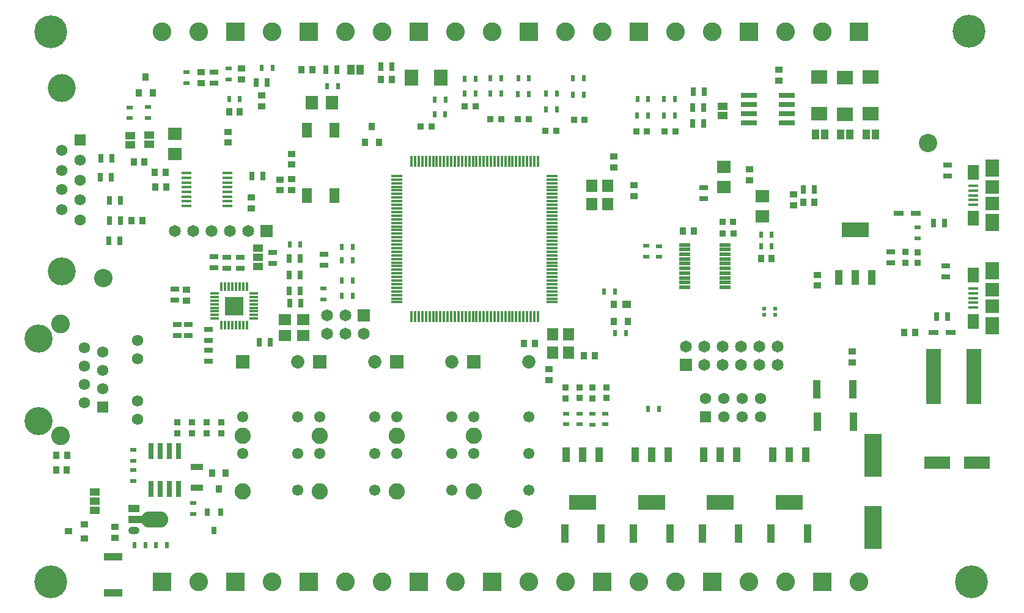
<source format=gts>
G04 #@! TF.FileFunction,Soldermask,Top*
%FSLAX46Y46*%
G04 Gerber Fmt 4.6, Leading zero omitted, Abs format (unit mm)*
G04 Created by KiCad (PCBNEW 4.0.2+dfsg1-2~bpo8+1-stable) date vie 30 sep 2016 00:33:51 ART*
%MOMM*%
G01*
G04 APERTURE LIST*
%ADD10C,0.150000*%
%ADD11R,1.750800X1.550800*%
%ADD12C,3.860800*%
%ADD13R,1.574800X1.574800*%
%ADD14C,1.574800*%
%ADD15R,1.450800X2.150800*%
%ADD16R,1.550800X1.750800*%
%ADD17C,1.550800*%
%ADD18C,2.250800*%
%ADD19C,1.850800*%
%ADD20R,1.850800X1.850800*%
%ADD21R,2.451100X6.051300*%
%ADD22R,3.708400X2.082800*%
%ADD23R,1.066800X2.082800*%
%ADD24C,3.901440*%
%ADD25C,2.590800*%
%ADD26R,0.848360X0.848360*%
%ADD27R,2.590800X2.590800*%
%ADD28R,1.051560X0.949960*%
%ADD29R,0.949960X1.051560*%
%ADD30R,3.649980X1.651000*%
%ADD31R,1.854200X1.651000*%
%ADD32R,1.651000X1.854200*%
%ADD33R,1.399540X0.701040*%
%ADD34R,2.250440X1.849120*%
%ADD35R,0.751840X1.051560*%
%ADD36R,1.193800X0.685800*%
%ADD37R,0.685800X1.193800*%
%ADD38R,1.320800X1.016000*%
%ADD39R,1.399540X0.449580*%
%ADD40R,1.551940X2.151380*%
%ADD41R,1.950720X2.451100*%
%ADD42R,1.950720X1.851660*%
%ADD43R,1.016000X1.320800*%
%ADD44R,2.049780X7.650480*%
%ADD45R,1.651000X1.651000*%
%ADD46C,1.651000*%
%ADD47R,1.549400X1.049020*%
%ADD48R,2.049780X1.049020*%
%ADD49O,3.749040X2.250440*%
%ADD50O,1.549400X1.049020*%
%ADD51R,0.850900X1.051560*%
%ADD52R,1.750800X0.950800*%
%ADD53R,1.050800X2.550800*%
%ADD54R,2.550800X1.050800*%
%ADD55R,0.500800X0.500800*%
%ADD56R,1.193800X0.304800*%
%ADD57R,0.304800X1.193800*%
%ADD58R,1.320800X0.431800*%
%ADD59R,1.249680X1.051560*%
%ADD60R,1.521460X0.469900*%
%ADD61R,1.551940X0.304800*%
%ADD62R,0.304800X1.551940*%
%ADD63R,1.851660X2.250440*%
%ADD64R,1.051560X0.850900*%
%ADD65R,0.950800X0.550800*%
%ADD66R,0.550800X0.950800*%
%ADD67R,2.250440X0.650240*%
%ADD68R,0.650240X2.250440*%
%ADD69C,2.540000*%
%ADD70C,4.550800*%
G04 APERTURE END LIST*
D10*
D11*
X81880000Y-76074000D03*
X79340000Y-76074000D03*
X79340000Y-78283800D03*
X81880000Y-78283800D03*
D12*
X48447500Y-43943500D03*
X48447500Y-69343500D03*
D13*
X50987500Y-51182500D03*
D14*
X50987500Y-53976500D03*
X50987500Y-56770500D03*
X50987500Y-59437500D03*
X50987500Y-62231500D03*
X48447500Y-60834500D03*
X48447500Y-58040500D03*
X48447500Y-55373500D03*
X48447500Y-52579500D03*
D15*
X82388000Y-49785000D03*
X86188000Y-49785000D03*
X86188000Y-58885000D03*
X82388000Y-58885000D03*
D16*
X118659200Y-80671400D03*
X118659200Y-78131400D03*
X116449400Y-78131400D03*
X116449400Y-80671400D03*
D17*
X113122000Y-99696000D03*
X113122000Y-94616000D03*
X113122000Y-89536000D03*
D18*
X105502000Y-99816000D03*
D17*
X105502000Y-94616000D03*
X105502000Y-89536000D03*
D19*
X113122000Y-81916000D03*
D20*
X105502000Y-81916000D03*
D18*
X105502000Y-92116000D03*
D21*
X160800000Y-104875000D03*
X160800000Y-94874500D03*
D22*
X158302500Y-63628500D03*
D23*
X158302500Y-70232500D03*
X160588500Y-70232500D03*
X156016500Y-70232500D03*
D24*
X45215100Y-90107500D03*
X45215100Y-78677500D03*
D14*
X51565100Y-79947500D03*
X54105100Y-80582500D03*
X51565100Y-82487500D03*
X54105100Y-83122500D03*
X51565100Y-85027500D03*
X54105100Y-85662500D03*
X51565100Y-87567500D03*
D25*
X48263100Y-92139500D03*
X48263100Y-76645500D03*
D14*
X58931100Y-81471500D03*
X58931100Y-87313500D03*
X58931100Y-78931500D03*
X58931100Y-89853500D03*
D13*
X54105100Y-88202500D03*
D26*
X66481500Y-90311200D03*
X66481500Y-91809800D03*
D17*
X81118000Y-99696000D03*
X81118000Y-94616000D03*
X81118000Y-89536000D03*
D18*
X73498000Y-99816000D03*
D17*
X73498000Y-94616000D03*
X73498000Y-89536000D03*
D19*
X81118000Y-81916000D03*
D20*
X73498000Y-81916000D03*
D18*
X73498000Y-92116000D03*
D26*
X64449500Y-90311200D03*
X64449500Y-91809800D03*
D17*
X102454000Y-99696000D03*
X102454000Y-94616000D03*
X102454000Y-89536000D03*
D18*
X94834000Y-99816000D03*
D17*
X94834000Y-94616000D03*
X94834000Y-89536000D03*
D19*
X102454000Y-81916000D03*
D20*
X94834000Y-81916000D03*
D18*
X94834000Y-92116000D03*
D17*
X91786000Y-99696000D03*
X91786000Y-94616000D03*
X91786000Y-89536000D03*
D18*
X84166000Y-99816000D03*
D17*
X84166000Y-94616000D03*
X84166000Y-89536000D03*
D19*
X91786000Y-81916000D03*
D20*
X84166000Y-81916000D03*
D18*
X84166000Y-92116000D03*
D27*
X143570500Y-36196500D03*
D25*
X138490500Y-36196500D03*
X133410500Y-36196500D03*
D28*
X65738300Y-73434940D03*
X65738300Y-71931260D03*
D29*
X47648160Y-96925000D03*
X49151840Y-96925000D03*
D30*
X175181820Y-95886000D03*
X169680180Y-95886000D03*
D28*
X147767600Y-42967640D03*
X147767600Y-41463960D03*
X74666400Y-59142360D03*
X74666400Y-60646040D03*
D29*
X62845240Y-55652400D03*
X61341560Y-55652400D03*
X58090360Y-62358000D03*
X59594040Y-62358000D03*
X62880800Y-57689480D03*
X61377120Y-57689480D03*
D31*
X64100000Y-53087000D03*
X64100000Y-50293000D03*
D29*
X59898840Y-54230000D03*
X58395160Y-54230000D03*
X122281240Y-81027000D03*
X120777560Y-81027000D03*
D32*
X85842400Y-46000400D03*
X83048400Y-46000400D03*
D28*
X71504100Y-50036460D03*
X71504100Y-51540140D03*
D29*
X94157340Y-42800500D03*
X92653660Y-42800500D03*
X83139840Y-41403000D03*
X81636160Y-41403000D03*
X71603160Y-47245000D03*
X73106840Y-47245000D03*
D28*
X73339500Y-42790340D03*
X73339500Y-41286660D03*
X124933000Y-54981840D03*
X124933000Y-53478160D03*
D29*
X135971840Y-63755000D03*
X134468160Y-63755000D03*
D28*
X76133500Y-44969660D03*
X76133500Y-46473340D03*
D29*
X47658160Y-94820000D03*
X49161840Y-94820000D03*
D28*
X149761500Y-58748660D03*
X149761500Y-60252340D03*
D31*
X145475500Y-61723500D03*
X145475500Y-58929500D03*
D28*
X80241700Y-53097160D03*
X80241700Y-54600840D03*
X153127000Y-69861160D03*
X153127000Y-71364840D03*
D29*
X152685040Y-59818000D03*
X151181360Y-59818000D03*
D28*
X127701600Y-57440560D03*
X127701600Y-58944240D03*
X157927600Y-81956640D03*
X157927600Y-80452960D03*
X143697500Y-56760340D03*
X143697500Y-55256660D03*
D31*
X140141500Y-57659500D03*
X140141500Y-54865500D03*
D29*
X145263160Y-67565000D03*
X146766840Y-67565000D03*
X112471760Y-79401400D03*
X113975440Y-79401400D03*
D28*
X55813500Y-106290340D03*
X55813500Y-104786660D03*
X115916000Y-82942160D03*
X115916000Y-84445840D03*
X67751500Y-43298340D03*
X67751500Y-41794660D03*
X78705000Y-58156840D03*
X78705000Y-56653160D03*
X80254400Y-58131440D03*
X80254400Y-56627760D03*
D29*
X165123420Y-77852000D03*
X166627100Y-77852000D03*
D33*
X166740380Y-61342500D03*
X164342620Y-61342500D03*
D26*
X165287500Y-66689200D03*
X165287500Y-68187800D03*
D33*
X171548880Y-77825000D03*
X169151120Y-77825000D03*
D34*
X156886200Y-42512980D03*
X156886200Y-47608220D03*
X153304800Y-47506620D03*
X153304800Y-42411380D03*
X160493000Y-47532020D03*
X160493000Y-42436780D03*
D26*
X105743300Y-46483000D03*
X104244700Y-46483000D03*
X99647300Y-49277000D03*
X98148700Y-49277000D03*
X109299300Y-48261000D03*
X107800700Y-48261000D03*
X113109300Y-48261000D03*
X111610700Y-48261000D03*
X116919300Y-49912000D03*
X115420700Y-49912000D03*
X119357700Y-48388000D03*
X120856300Y-48388000D03*
X129502460Y-50028840D03*
X128003860Y-50028840D03*
X133449620Y-49972960D03*
X131951020Y-49972960D03*
X118194380Y-86957900D03*
X118194380Y-85459300D03*
X120157800Y-86932500D03*
X120157800Y-85433900D03*
X70545500Y-90311200D03*
X70545500Y-91809800D03*
X68513500Y-90311200D03*
X68513500Y-91809800D03*
X166995400Y-66714100D03*
X166995400Y-68212700D03*
X121887540Y-86983300D03*
X121887540Y-85484700D03*
X123840800Y-86932500D03*
X123840800Y-85433900D03*
D35*
X69529500Y-105284500D03*
X68577000Y-102744500D03*
X70482000Y-102744500D03*
D26*
X141455700Y-64161400D03*
X139957100Y-64161400D03*
X141430300Y-62485000D03*
X139931700Y-62485000D03*
D36*
X170907000Y-68631800D03*
X170907000Y-70155800D03*
D37*
X94167500Y-41022500D03*
X92643500Y-41022500D03*
X86579000Y-41403000D03*
X85055000Y-41403000D03*
X76895500Y-43181500D03*
X75371500Y-43181500D03*
D36*
X69529500Y-41784500D03*
X69529500Y-43308500D03*
X171100000Y-54638000D03*
X171100000Y-56162000D03*
D37*
X151163000Y-58040500D03*
X152687000Y-58040500D03*
D36*
X137347500Y-57786500D03*
X137347500Y-59310500D03*
D37*
X170729200Y-62688200D03*
X169205200Y-62688200D03*
X55311600Y-56338200D03*
X53787600Y-56338200D03*
X55387800Y-53747400D03*
X53863800Y-53747400D03*
X54930600Y-65177400D03*
X56454600Y-65177400D03*
X171084800Y-75616800D03*
X169560800Y-75616800D03*
X56530800Y-62358000D03*
X55006800Y-62358000D03*
X56530800Y-59538600D03*
X55006800Y-59538600D03*
D38*
X75657000Y-66117200D03*
X75657000Y-67387200D03*
X75657000Y-68657200D03*
D27*
X158810500Y-36196500D03*
D25*
X153730500Y-36196500D03*
X148650500Y-36196500D03*
D27*
X72450500Y-36196500D03*
D25*
X67370500Y-36196500D03*
X62290500Y-36196500D03*
D39*
X174685500Y-73077300D03*
X174685500Y-73727540D03*
X174685500Y-72427060D03*
X174685500Y-74377780D03*
X174685500Y-71776820D03*
D40*
X174685500Y-76277700D03*
X174685500Y-69876900D03*
D41*
X177334720Y-76877140D03*
X177334720Y-69277460D03*
D42*
X177334720Y-74227920D03*
X177334720Y-71926680D03*
D39*
X174634700Y-58840900D03*
X174634700Y-59491140D03*
X174634700Y-58190660D03*
X174634700Y-60141380D03*
X174634700Y-57540420D03*
D40*
X174634700Y-62041300D03*
X174634700Y-55640500D03*
D41*
X177283920Y-62640740D03*
X177283920Y-55041060D03*
D42*
X177283920Y-59991520D03*
X177283920Y-57690280D03*
D27*
X128330500Y-36196500D03*
D25*
X123250500Y-36196500D03*
X118170500Y-36196500D03*
D27*
X113090500Y-36196500D03*
D25*
X108010500Y-36196500D03*
X102930500Y-36196500D03*
D27*
X82642000Y-112396000D03*
D25*
X87722000Y-112396000D03*
X92802000Y-112396000D03*
D27*
X72482000Y-112396000D03*
D25*
X77562000Y-112396000D03*
D27*
X108042000Y-112396000D03*
D25*
X113122000Y-112396000D03*
X118202000Y-112396000D03*
D27*
X138490500Y-112396500D03*
D25*
X143570500Y-112396500D03*
X148650500Y-112396500D03*
D27*
X97882000Y-112396000D03*
D25*
X102962000Y-112396000D03*
D27*
X123250500Y-112396500D03*
D25*
X128330500Y-112396500D03*
X133410500Y-112396500D03*
D27*
X97850500Y-36196500D03*
D25*
X92770500Y-36196500D03*
X87690500Y-36196500D03*
D27*
X82610500Y-36196500D03*
D25*
X77530500Y-36196500D03*
D27*
X153730500Y-112396500D03*
D25*
X158810500Y-112396500D03*
D27*
X62290500Y-112396500D03*
D25*
X67370500Y-112396500D03*
D43*
X161128000Y-50420000D03*
X159858000Y-50420000D03*
X156302000Y-50420000D03*
X157572000Y-50420000D03*
D38*
X139969800Y-47753000D03*
X139969800Y-46483000D03*
D43*
X152873000Y-50420000D03*
X154143000Y-50420000D03*
D38*
X60569400Y-50496200D03*
X60569400Y-51766200D03*
X57927800Y-50572400D03*
X57927800Y-51842400D03*
D43*
X88452500Y-41403500D03*
X89722500Y-41403500D03*
D38*
X53051000Y-99950000D03*
X53051000Y-101220000D03*
X53051000Y-102490000D03*
D44*
X169149320Y-83897200D03*
X174747480Y-83897200D03*
D45*
X134902500Y-82335100D03*
D46*
X134902500Y-79795100D03*
X137442500Y-82335100D03*
X137442500Y-79795100D03*
X139982500Y-82335100D03*
X139982500Y-79795100D03*
X142522500Y-82335100D03*
X142522500Y-79795100D03*
X145062500Y-82335100D03*
X145062500Y-79795100D03*
X147602500Y-82335100D03*
X147602500Y-79795100D03*
D45*
X76800000Y-63755000D03*
D46*
X74260000Y-63755000D03*
X71720000Y-63755000D03*
X69180000Y-63755000D03*
X66640000Y-63755000D03*
X64100000Y-63755000D03*
D13*
X137556800Y-89497900D03*
D14*
X137556800Y-86957900D03*
X140096800Y-89497900D03*
X140096800Y-86957900D03*
X142636800Y-89497900D03*
X142636800Y-86957900D03*
X145176800Y-89497900D03*
X145176800Y-86957900D03*
D45*
X90262000Y-75439000D03*
D46*
X90262000Y-77979000D03*
X87722000Y-75439000D03*
X87722000Y-77979000D03*
X85182000Y-75439000D03*
X85182000Y-77979000D03*
D47*
X58406840Y-102261900D03*
D48*
X58660840Y-103760500D03*
D49*
X61325300Y-103760500D03*
D50*
X58406840Y-105259100D03*
D22*
X120615000Y-101347000D03*
D23*
X120615000Y-94743000D03*
X118329000Y-94743000D03*
X122901000Y-94743000D03*
D22*
X130140000Y-101347000D03*
D23*
X130140000Y-94743000D03*
X127854000Y-94743000D03*
X132426000Y-94743000D03*
D22*
X139665000Y-101347000D03*
D23*
X139665000Y-94743000D03*
X137379000Y-94743000D03*
X141951000Y-94743000D03*
D22*
X149190000Y-101347000D03*
D23*
X149190000Y-94743000D03*
X146904000Y-94743000D03*
X151476000Y-94743000D03*
D51*
X70196000Y-99525820D03*
X69243500Y-97326180D03*
X71148500Y-97326180D03*
D36*
X64400000Y-78262000D03*
X64400000Y-76738000D03*
X64100000Y-71838000D03*
X64100000Y-73362000D03*
X68800000Y-78962000D03*
X68800000Y-77438000D03*
X66000000Y-78262000D03*
X66000000Y-76738000D03*
X71313600Y-67387200D03*
X71313600Y-68911200D03*
X69484800Y-67361800D03*
X69484800Y-68885800D03*
X73142400Y-67412600D03*
X73142400Y-68936600D03*
D37*
X81499000Y-67565000D03*
X79975000Y-67565000D03*
X81499000Y-69851000D03*
X79975000Y-69851000D03*
D36*
X84750200Y-67006200D03*
X84750200Y-68530200D03*
X77663600Y-66752200D03*
X77663600Y-68276200D03*
D37*
X81486300Y-72124300D03*
X79962300Y-72124300D03*
D36*
X68800000Y-80338000D03*
X68800000Y-81862000D03*
D37*
X77308000Y-79198200D03*
X75784000Y-79198200D03*
X80000400Y-73800700D03*
X81524400Y-73800700D03*
D36*
X163255500Y-68200500D03*
X163255500Y-66676500D03*
D37*
X135880400Y-44451000D03*
X137404400Y-44451000D03*
X137379000Y-46711600D03*
X135855000Y-46711600D03*
X137379000Y-48921400D03*
X135855000Y-48921400D03*
X74768000Y-56135000D03*
X76292000Y-56135000D03*
D52*
X67148000Y-99368000D03*
X67148000Y-96468000D03*
D53*
X118115000Y-105665000D03*
X123115000Y-105665000D03*
X127640000Y-105665000D03*
X132640000Y-105665000D03*
X142165000Y-105665000D03*
X137165000Y-105665000D03*
X146690000Y-105665000D03*
X151690000Y-105665000D03*
X157970000Y-85710000D03*
X152970000Y-85710000D03*
X153060000Y-90180000D03*
X158060000Y-90180000D03*
D54*
X55560520Y-108890160D03*
X55560520Y-113890160D03*
D55*
X147285000Y-74550000D03*
X145685000Y-74550000D03*
X145685000Y-75400000D03*
X147285000Y-75400000D03*
D56*
X69631100Y-75419180D03*
X69631100Y-74918800D03*
X69631100Y-74418420D03*
X69631100Y-75919560D03*
D57*
X70573440Y-76861900D03*
X71073820Y-76861900D03*
X71574200Y-76861900D03*
X72074580Y-76861900D03*
X72572420Y-76861900D03*
X73072800Y-76861900D03*
X73573180Y-76861900D03*
X74073560Y-76861900D03*
D56*
X75015900Y-72419440D03*
X75015900Y-75919560D03*
X75015900Y-75419180D03*
X75015900Y-74918800D03*
X75015900Y-74418420D03*
X75015900Y-73920580D03*
X75015900Y-73420200D03*
X75015900Y-72919820D03*
D57*
X74073560Y-71477100D03*
X73573180Y-71477100D03*
X73072800Y-71477100D03*
X72572420Y-71477100D03*
X72074580Y-71477100D03*
X71574200Y-71477100D03*
X71073820Y-71477100D03*
X70573440Y-71477100D03*
D56*
X69631100Y-72419440D03*
X69631100Y-72919820D03*
X69631100Y-73420200D03*
X69631100Y-73920580D03*
D27*
X72323500Y-74169500D03*
D58*
X65745920Y-55764160D03*
X65745920Y-56414400D03*
X65745920Y-57064640D03*
X65745920Y-57714880D03*
X65745920Y-58365120D03*
X65745920Y-59015360D03*
X65745920Y-59665600D03*
X65745920Y-60315840D03*
X71344080Y-60315840D03*
X71344080Y-59665600D03*
X71344080Y-59015360D03*
X71344080Y-58365120D03*
X71344080Y-57714880D03*
X71344080Y-57064640D03*
X71344080Y-56414400D03*
X71344080Y-55764160D03*
D51*
X60061400Y-42411380D03*
X61013900Y-44611020D03*
X59108900Y-44611020D03*
D59*
X126672900Y-73909920D03*
D51*
X124922840Y-76307680D03*
X124922840Y-73909920D03*
X126822760Y-76307680D03*
D60*
X140335560Y-68967080D03*
X140335560Y-68316840D03*
X140335560Y-67666600D03*
X140335560Y-67016360D03*
X134742480Y-70907640D03*
X140335560Y-70917800D03*
X140335560Y-70267560D03*
X140335560Y-69617320D03*
X134737400Y-66366120D03*
X134737400Y-67016360D03*
X134737400Y-67666600D03*
X134737400Y-68316840D03*
X134737400Y-68967080D03*
X134737400Y-69617320D03*
X140335560Y-66366120D03*
X134742480Y-70267560D03*
X140335560Y-71568040D03*
X140335560Y-65715880D03*
X134737400Y-65715880D03*
X134737400Y-71568040D03*
D61*
X94877180Y-56152780D03*
X94877180Y-56650620D03*
X94877180Y-57151000D03*
X94877180Y-57651380D03*
X94877180Y-58151760D03*
X94877180Y-58652140D03*
X94877180Y-59152520D03*
X94877180Y-59652900D03*
X94877180Y-60150740D03*
X94877180Y-60651120D03*
X94877180Y-61151500D03*
X94877180Y-61651880D03*
X94877180Y-62152260D03*
X94877180Y-62652640D03*
X94877180Y-63153020D03*
X94877180Y-63650860D03*
X94877180Y-64151240D03*
X94877180Y-64651620D03*
X94877180Y-65149460D03*
X94877180Y-65649840D03*
X94877180Y-66150220D03*
X94877180Y-66648060D03*
X94877180Y-67148440D03*
X94877180Y-67648820D03*
X94877180Y-68149200D03*
X94877180Y-68649580D03*
X94877180Y-69149960D03*
X94877180Y-69650340D03*
X94877180Y-70148180D03*
X94877180Y-70648560D03*
X94877180Y-71148940D03*
X94877180Y-71649320D03*
X94877180Y-72149700D03*
X94877180Y-72650080D03*
X94877180Y-73150460D03*
X94877180Y-73648300D03*
D62*
X96878700Y-75649820D03*
X97376540Y-75649820D03*
X97876920Y-75649820D03*
X98377300Y-75649820D03*
X98877680Y-75649820D03*
X99378060Y-75649820D03*
X99878440Y-75649820D03*
X100378820Y-75649820D03*
X100876660Y-75649820D03*
X101377040Y-75649820D03*
X101877420Y-75649820D03*
X102377800Y-75649820D03*
X102878180Y-75649820D03*
X103378560Y-75649820D03*
X103878940Y-75649820D03*
X104376780Y-75649820D03*
X104877160Y-75649820D03*
X105377540Y-75649820D03*
X105875380Y-75649820D03*
X106375760Y-75649820D03*
X106876140Y-75649820D03*
X107373980Y-75649820D03*
X107874360Y-75649820D03*
X108374740Y-75649820D03*
X108875120Y-75649820D03*
X109375500Y-75649820D03*
X109875880Y-75649820D03*
X110376260Y-75649820D03*
X110874100Y-75649820D03*
X111374480Y-75649820D03*
X111874860Y-75649820D03*
X112375240Y-75649820D03*
X112875620Y-75649820D03*
X113376000Y-75649820D03*
X113876380Y-75649820D03*
X114374220Y-75649820D03*
D61*
X116375740Y-73648300D03*
X116375740Y-73150460D03*
X116375740Y-72650080D03*
X116375740Y-72149700D03*
X116375740Y-71649320D03*
X116375740Y-71148940D03*
X116375740Y-70648560D03*
X116375740Y-70148180D03*
X116375740Y-69650340D03*
X116375740Y-69149960D03*
X116375740Y-68649580D03*
X116375740Y-68149200D03*
X116375740Y-67648820D03*
X116375740Y-67148440D03*
X116375740Y-66648060D03*
X116375740Y-66150220D03*
X116375740Y-65649840D03*
X116375740Y-65149460D03*
X116375740Y-64651620D03*
X116375740Y-64151240D03*
X116375740Y-63650860D03*
X116375740Y-63153020D03*
X116375740Y-62652640D03*
X116375740Y-62152260D03*
X116375740Y-61651880D03*
X116375740Y-61151500D03*
X116375740Y-60651120D03*
X116375740Y-60150740D03*
X116375740Y-59652900D03*
X116375740Y-59152520D03*
X116375740Y-58652140D03*
X116375740Y-58151760D03*
X116375740Y-57651380D03*
X116375740Y-57151000D03*
X116375740Y-56650620D03*
X116375740Y-56152780D03*
D62*
X114374220Y-54151260D03*
X113876380Y-54151260D03*
X113376000Y-54151260D03*
X112875620Y-54151260D03*
X112375240Y-54151260D03*
X111874860Y-54151260D03*
X111374480Y-54151260D03*
X110874100Y-54151260D03*
X110376260Y-54151260D03*
X109875880Y-54151260D03*
X109375500Y-54151260D03*
X108875120Y-54151260D03*
X108374740Y-54151260D03*
X107874360Y-54151260D03*
X107373980Y-54151260D03*
X106876140Y-54151260D03*
X106375760Y-54151260D03*
X105875380Y-54151260D03*
X105377540Y-54151260D03*
X104877160Y-54151260D03*
X104376780Y-54151260D03*
X103878940Y-54151260D03*
X103378560Y-54151260D03*
X102878180Y-54151260D03*
X102377800Y-54151260D03*
X101877420Y-54151260D03*
X101377040Y-54151260D03*
X100876660Y-54151260D03*
X100378820Y-54151260D03*
X99878440Y-54151260D03*
X99378060Y-54151260D03*
X98877680Y-54151260D03*
X98377300Y-54151260D03*
X97876920Y-54151260D03*
X97376540Y-54151260D03*
X96878700Y-54151260D03*
D16*
X124044000Y-60072000D03*
X124044000Y-57532000D03*
X121834200Y-57532000D03*
X121834200Y-60072000D03*
D51*
X91405000Y-49320180D03*
X92357500Y-51519820D03*
X90452500Y-51519820D03*
D63*
X100906600Y-42500000D03*
X96893400Y-42500000D03*
D64*
X49400180Y-105400000D03*
X51599820Y-104447500D03*
X51599820Y-106352500D03*
D65*
X60417000Y-46622000D03*
X60417000Y-48122000D03*
X57826200Y-46647400D03*
X57826200Y-48147400D03*
D66*
X87200000Y-70625000D03*
X88700000Y-70625000D03*
X87200000Y-72800000D03*
X88700000Y-72800000D03*
X85194000Y-43689000D03*
X86694000Y-43689000D03*
X73105000Y-45467000D03*
X71605000Y-45467000D03*
X76145500Y-41149500D03*
X77645500Y-41149500D03*
X105744000Y-44705000D03*
X104244000Y-44705000D03*
D65*
X58353500Y-98414500D03*
X58353500Y-96914500D03*
X58353500Y-94120500D03*
X58353500Y-95620500D03*
D66*
X58524000Y-107316000D03*
X60024000Y-107316000D03*
X146765000Y-65914000D03*
X145265000Y-65914000D03*
X146765000Y-64263000D03*
X145265000Y-64263000D03*
D65*
X131181400Y-65870120D03*
X131181400Y-67370120D03*
X129350060Y-65844720D03*
X129350060Y-67344720D03*
X84674000Y-73268000D03*
X84674000Y-71768000D03*
D66*
X123548000Y-72137000D03*
X125048000Y-72137000D03*
X125046600Y-77953600D03*
X126546600Y-77953600D03*
D65*
X66640000Y-101486000D03*
X66640000Y-102986000D03*
D66*
X63000000Y-107300000D03*
X61500000Y-107300000D03*
D65*
X166970000Y-63284400D03*
X166970000Y-64784400D03*
D66*
X129669400Y-88431100D03*
X131169400Y-88431100D03*
D65*
X71561500Y-42788500D03*
X71561500Y-41288500D03*
X65719500Y-41796500D03*
X65719500Y-43296500D03*
X118252800Y-89078100D03*
X118252800Y-90578100D03*
X120140020Y-89070480D03*
X120140020Y-90570480D03*
X121935800Y-89085720D03*
X121935800Y-90585720D03*
D66*
X104244000Y-42723800D03*
X105744000Y-42723800D03*
X81487000Y-65660000D03*
X79987000Y-65660000D03*
X88726000Y-65990200D03*
X87226000Y-65990200D03*
X101553000Y-47626000D03*
X100053000Y-47626000D03*
X100078400Y-45568600D03*
X101578400Y-45568600D03*
X109325400Y-42622200D03*
X107825400Y-42622200D03*
X107800000Y-44730400D03*
X109300000Y-44730400D03*
X87226000Y-67819000D03*
X88726000Y-67819000D03*
X113160800Y-42596800D03*
X111660800Y-42596800D03*
X128160640Y-45527960D03*
X129660640Y-45527960D03*
X128125080Y-47803800D03*
X129625080Y-47803800D03*
X131858880Y-47753000D03*
X133358880Y-47753000D03*
X131823320Y-45512720D03*
X133323320Y-45512720D03*
D65*
X123739200Y-89070480D03*
X123739200Y-90570480D03*
D66*
X111635400Y-44781200D03*
X113135400Y-44781200D03*
X116996200Y-46940200D03*
X115496200Y-46940200D03*
X115496200Y-44755800D03*
X116996200Y-44755800D03*
X120730000Y-44882800D03*
X119230000Y-44882800D03*
X120730000Y-42596800D03*
X119230000Y-42596800D03*
D67*
X143619780Y-44959000D03*
X143619780Y-46229000D03*
X143619780Y-47499000D03*
X143619780Y-48769000D03*
X148816620Y-48769000D03*
X148816620Y-47499000D03*
X148816620Y-46229000D03*
X148816620Y-44959000D03*
D68*
X64576500Y-94304080D03*
X63306500Y-94304080D03*
X62036500Y-94304080D03*
X60766500Y-94304080D03*
X60766500Y-99500920D03*
X62036500Y-99500920D03*
X63306500Y-99500920D03*
X64576500Y-99500920D03*
D69*
X111000000Y-103700000D03*
X168400000Y-51600000D03*
X54200000Y-70300000D03*
D70*
X174400000Y-112400000D03*
X174100000Y-36100000D03*
X46945500Y-36156500D03*
X46945500Y-112406500D03*
M02*

</source>
